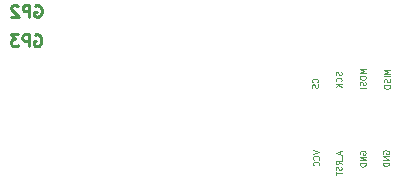
<source format=gbr>
G04 #@! TF.GenerationSoftware,KiCad,Pcbnew,(5.1.0)-1*
G04 #@! TF.CreationDate,2020-09-23T23:54:54-05:00*
G04 #@! TF.ProjectId,low_cost_multispectral_sensor,6c6f775f-636f-4737-945f-6d756c746973,rev?*
G04 #@! TF.SameCoordinates,Original*
G04 #@! TF.FileFunction,Legend,Bot*
G04 #@! TF.FilePolarity,Positive*
%FSLAX46Y46*%
G04 Gerber Fmt 4.6, Leading zero omitted, Abs format (unit mm)*
G04 Created by KiCad (PCBNEW (5.1.0)-1) date 2020-09-23 23:54:54*
%MOMM*%
%LPD*%
G04 APERTURE LIST*
%ADD10C,0.100000*%
%ADD11C,0.250000*%
G04 APERTURE END LIST*
D10*
X171050000Y-103069047D02*
X171026190Y-103021428D01*
X171026190Y-102950000D01*
X171050000Y-102878571D01*
X171097619Y-102830952D01*
X171145238Y-102807142D01*
X171240476Y-102783333D01*
X171311904Y-102783333D01*
X171407142Y-102807142D01*
X171454761Y-102830952D01*
X171502380Y-102878571D01*
X171526190Y-102950000D01*
X171526190Y-102997619D01*
X171502380Y-103069047D01*
X171478571Y-103092857D01*
X171311904Y-103092857D01*
X171311904Y-102997619D01*
X171526190Y-103307142D02*
X171026190Y-103307142D01*
X171526190Y-103592857D01*
X171026190Y-103592857D01*
X171526190Y-103830952D02*
X171026190Y-103830952D01*
X171026190Y-103950000D01*
X171050000Y-104021428D01*
X171097619Y-104069047D01*
X171145238Y-104092857D01*
X171240476Y-104116666D01*
X171311904Y-104116666D01*
X171407142Y-104092857D01*
X171454761Y-104069047D01*
X171502380Y-104021428D01*
X171526190Y-103950000D01*
X171526190Y-103830952D01*
X173000000Y-103019047D02*
X172976190Y-102971428D01*
X172976190Y-102900000D01*
X173000000Y-102828571D01*
X173047619Y-102780952D01*
X173095238Y-102757142D01*
X173190476Y-102733333D01*
X173261904Y-102733333D01*
X173357142Y-102757142D01*
X173404761Y-102780952D01*
X173452380Y-102828571D01*
X173476190Y-102900000D01*
X173476190Y-102947619D01*
X173452380Y-103019047D01*
X173428571Y-103042857D01*
X173261904Y-103042857D01*
X173261904Y-102947619D01*
X173476190Y-103257142D02*
X172976190Y-103257142D01*
X173476190Y-103542857D01*
X172976190Y-103542857D01*
X173476190Y-103780952D02*
X172976190Y-103780952D01*
X172976190Y-103900000D01*
X173000000Y-103971428D01*
X173047619Y-104019047D01*
X173095238Y-104042857D01*
X173190476Y-104066666D01*
X173261904Y-104066666D01*
X173357142Y-104042857D01*
X173404761Y-104019047D01*
X173452380Y-103971428D01*
X173476190Y-103900000D01*
X173476190Y-103780952D01*
X167076190Y-102733333D02*
X167576190Y-102900000D01*
X167076190Y-103066666D01*
X167528571Y-103519047D02*
X167552380Y-103495238D01*
X167576190Y-103423809D01*
X167576190Y-103376190D01*
X167552380Y-103304761D01*
X167504761Y-103257142D01*
X167457142Y-103233333D01*
X167361904Y-103209523D01*
X167290476Y-103209523D01*
X167195238Y-103233333D01*
X167147619Y-103257142D01*
X167100000Y-103304761D01*
X167076190Y-103376190D01*
X167076190Y-103423809D01*
X167100000Y-103495238D01*
X167123809Y-103519047D01*
X167528571Y-104019047D02*
X167552380Y-103995238D01*
X167576190Y-103923809D01*
X167576190Y-103876190D01*
X167552380Y-103804761D01*
X167504761Y-103757142D01*
X167457142Y-103733333D01*
X167361904Y-103709523D01*
X167290476Y-103709523D01*
X167195238Y-103733333D01*
X167147619Y-103757142D01*
X167100000Y-103804761D01*
X167076190Y-103876190D01*
X167076190Y-103923809D01*
X167100000Y-103995238D01*
X167123809Y-104019047D01*
X173576190Y-95914285D02*
X173076190Y-95914285D01*
X173433333Y-96080952D01*
X173076190Y-96247619D01*
X173576190Y-96247619D01*
X173576190Y-96485714D02*
X173076190Y-96485714D01*
X173552380Y-96700000D02*
X173576190Y-96771428D01*
X173576190Y-96890476D01*
X173552380Y-96938095D01*
X173528571Y-96961904D01*
X173480952Y-96985714D01*
X173433333Y-96985714D01*
X173385714Y-96961904D01*
X173361904Y-96938095D01*
X173338095Y-96890476D01*
X173314285Y-96795238D01*
X173290476Y-96747619D01*
X173266666Y-96723809D01*
X173219047Y-96700000D01*
X173171428Y-96700000D01*
X173123809Y-96723809D01*
X173100000Y-96747619D01*
X173076190Y-96795238D01*
X173076190Y-96914285D01*
X173100000Y-96985714D01*
X173076190Y-97295238D02*
X173076190Y-97390476D01*
X173100000Y-97438095D01*
X173147619Y-97485714D01*
X173242857Y-97509523D01*
X173409523Y-97509523D01*
X173504761Y-97485714D01*
X173552380Y-97438095D01*
X173576190Y-97390476D01*
X173576190Y-97295238D01*
X173552380Y-97247619D01*
X173504761Y-97200000D01*
X173409523Y-97176190D01*
X173242857Y-97176190D01*
X173147619Y-97200000D01*
X173100000Y-97247619D01*
X173076190Y-97295238D01*
X169452380Y-96107142D02*
X169476190Y-96178571D01*
X169476190Y-96297619D01*
X169452380Y-96345238D01*
X169428571Y-96369047D01*
X169380952Y-96392857D01*
X169333333Y-96392857D01*
X169285714Y-96369047D01*
X169261904Y-96345238D01*
X169238095Y-96297619D01*
X169214285Y-96202380D01*
X169190476Y-96154761D01*
X169166666Y-96130952D01*
X169119047Y-96107142D01*
X169071428Y-96107142D01*
X169023809Y-96130952D01*
X169000000Y-96154761D01*
X168976190Y-96202380D01*
X168976190Y-96321428D01*
X169000000Y-96392857D01*
X169428571Y-96892857D02*
X169452380Y-96869047D01*
X169476190Y-96797619D01*
X169476190Y-96750000D01*
X169452380Y-96678571D01*
X169404761Y-96630952D01*
X169357142Y-96607142D01*
X169261904Y-96583333D01*
X169190476Y-96583333D01*
X169095238Y-96607142D01*
X169047619Y-96630952D01*
X169000000Y-96678571D01*
X168976190Y-96750000D01*
X168976190Y-96797619D01*
X169000000Y-96869047D01*
X169023809Y-96892857D01*
X169476190Y-97107142D02*
X168976190Y-97107142D01*
X169476190Y-97392857D02*
X169190476Y-97178571D01*
X168976190Y-97392857D02*
X169261904Y-97107142D01*
X171526190Y-95864285D02*
X171026190Y-95864285D01*
X171383333Y-96030952D01*
X171026190Y-96197619D01*
X171526190Y-96197619D01*
X171026190Y-96530952D02*
X171026190Y-96626190D01*
X171050000Y-96673809D01*
X171097619Y-96721428D01*
X171192857Y-96745238D01*
X171359523Y-96745238D01*
X171454761Y-96721428D01*
X171502380Y-96673809D01*
X171526190Y-96626190D01*
X171526190Y-96530952D01*
X171502380Y-96483333D01*
X171454761Y-96435714D01*
X171359523Y-96411904D01*
X171192857Y-96411904D01*
X171097619Y-96435714D01*
X171050000Y-96483333D01*
X171026190Y-96530952D01*
X171502380Y-96935714D02*
X171526190Y-97007142D01*
X171526190Y-97126190D01*
X171502380Y-97173809D01*
X171478571Y-97197619D01*
X171430952Y-97221428D01*
X171383333Y-97221428D01*
X171335714Y-97197619D01*
X171311904Y-97173809D01*
X171288095Y-97126190D01*
X171264285Y-97030952D01*
X171240476Y-96983333D01*
X171216666Y-96959523D01*
X171169047Y-96935714D01*
X171121428Y-96935714D01*
X171073809Y-96959523D01*
X171050000Y-96983333D01*
X171026190Y-97030952D01*
X171026190Y-97150000D01*
X171050000Y-97221428D01*
X171526190Y-97435714D02*
X171026190Y-97435714D01*
X167428571Y-96966666D02*
X167452380Y-96942857D01*
X167476190Y-96871428D01*
X167476190Y-96823809D01*
X167452380Y-96752380D01*
X167404761Y-96704761D01*
X167357142Y-96680952D01*
X167261904Y-96657142D01*
X167190476Y-96657142D01*
X167095238Y-96680952D01*
X167047619Y-96704761D01*
X167000000Y-96752380D01*
X166976190Y-96823809D01*
X166976190Y-96871428D01*
X167000000Y-96942857D01*
X167023809Y-96966666D01*
X167452380Y-97157142D02*
X167476190Y-97228571D01*
X167476190Y-97347619D01*
X167452380Y-97395238D01*
X167428571Y-97419047D01*
X167380952Y-97442857D01*
X167333333Y-97442857D01*
X167285714Y-97419047D01*
X167261904Y-97395238D01*
X167238095Y-97347619D01*
X167214285Y-97252380D01*
X167190476Y-97204761D01*
X167166666Y-97180952D01*
X167119047Y-97157142D01*
X167071428Y-97157142D01*
X167023809Y-97180952D01*
X167000000Y-97204761D01*
X166976190Y-97252380D01*
X166976190Y-97371428D01*
X167000000Y-97442857D01*
X169333333Y-102811904D02*
X169333333Y-103050000D01*
X169476190Y-102764285D02*
X168976190Y-102930952D01*
X169476190Y-103097619D01*
X169523809Y-103145238D02*
X169523809Y-103526190D01*
X169476190Y-103930952D02*
X169238095Y-103764285D01*
X169476190Y-103645238D02*
X168976190Y-103645238D01*
X168976190Y-103835714D01*
X169000000Y-103883333D01*
X169023809Y-103907142D01*
X169071428Y-103930952D01*
X169142857Y-103930952D01*
X169190476Y-103907142D01*
X169214285Y-103883333D01*
X169238095Y-103835714D01*
X169238095Y-103645238D01*
X169452380Y-104121428D02*
X169476190Y-104192857D01*
X169476190Y-104311904D01*
X169452380Y-104359523D01*
X169428571Y-104383333D01*
X169380952Y-104407142D01*
X169333333Y-104407142D01*
X169285714Y-104383333D01*
X169261904Y-104359523D01*
X169238095Y-104311904D01*
X169214285Y-104216666D01*
X169190476Y-104169047D01*
X169166666Y-104145238D01*
X169119047Y-104121428D01*
X169071428Y-104121428D01*
X169023809Y-104145238D01*
X169000000Y-104169047D01*
X168976190Y-104216666D01*
X168976190Y-104335714D01*
X169000000Y-104407142D01*
X168976190Y-104550000D02*
X168976190Y-104835714D01*
X169476190Y-104692857D02*
X168976190Y-104692857D01*
D11*
X143489285Y-92975000D02*
X143584523Y-92927380D01*
X143727380Y-92927380D01*
X143870238Y-92975000D01*
X143965476Y-93070238D01*
X144013095Y-93165476D01*
X144060714Y-93355952D01*
X144060714Y-93498809D01*
X144013095Y-93689285D01*
X143965476Y-93784523D01*
X143870238Y-93879761D01*
X143727380Y-93927380D01*
X143632142Y-93927380D01*
X143489285Y-93879761D01*
X143441666Y-93832142D01*
X143441666Y-93498809D01*
X143632142Y-93498809D01*
X143013095Y-93927380D02*
X143013095Y-92927380D01*
X142632142Y-92927380D01*
X142536904Y-92975000D01*
X142489285Y-93022619D01*
X142441666Y-93117857D01*
X142441666Y-93260714D01*
X142489285Y-93355952D01*
X142536904Y-93403571D01*
X142632142Y-93451190D01*
X143013095Y-93451190D01*
X142108333Y-92927380D02*
X141489285Y-92927380D01*
X141822619Y-93308333D01*
X141679761Y-93308333D01*
X141584523Y-93355952D01*
X141536904Y-93403571D01*
X141489285Y-93498809D01*
X141489285Y-93736904D01*
X141536904Y-93832142D01*
X141584523Y-93879761D01*
X141679761Y-93927380D01*
X141965476Y-93927380D01*
X142060714Y-93879761D01*
X142108333Y-93832142D01*
X143514285Y-90500000D02*
X143609523Y-90452380D01*
X143752380Y-90452380D01*
X143895238Y-90500000D01*
X143990476Y-90595238D01*
X144038095Y-90690476D01*
X144085714Y-90880952D01*
X144085714Y-91023809D01*
X144038095Y-91214285D01*
X143990476Y-91309523D01*
X143895238Y-91404761D01*
X143752380Y-91452380D01*
X143657142Y-91452380D01*
X143514285Y-91404761D01*
X143466666Y-91357142D01*
X143466666Y-91023809D01*
X143657142Y-91023809D01*
X143038095Y-91452380D02*
X143038095Y-90452380D01*
X142657142Y-90452380D01*
X142561904Y-90500000D01*
X142514285Y-90547619D01*
X142466666Y-90642857D01*
X142466666Y-90785714D01*
X142514285Y-90880952D01*
X142561904Y-90928571D01*
X142657142Y-90976190D01*
X143038095Y-90976190D01*
X142085714Y-90547619D02*
X142038095Y-90500000D01*
X141942857Y-90452380D01*
X141704761Y-90452380D01*
X141609523Y-90500000D01*
X141561904Y-90547619D01*
X141514285Y-90642857D01*
X141514285Y-90738095D01*
X141561904Y-90880952D01*
X142133333Y-91452380D01*
X141514285Y-91452380D01*
M02*

</source>
